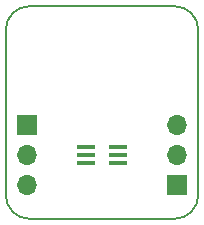
<source format=gbr>
G04 #@! TF.GenerationSoftware,KiCad,Pcbnew,5.1.6-c6e7f7d~86~ubuntu20.04.1*
G04 #@! TF.CreationDate,2020-05-17T01:14:19+03:00*
G04 #@! TF.ProjectId,BRK-SC-70-6,42524b2d-5343-42d3-9730-2d362e6b6963,v1.1*
G04 #@! TF.SameCoordinates,Original*
G04 #@! TF.FileFunction,Soldermask,Top*
G04 #@! TF.FilePolarity,Negative*
%FSLAX46Y46*%
G04 Gerber Fmt 4.6, Leading zero omitted, Abs format (unit mm)*
G04 Created by KiCad (PCBNEW 5.1.6-c6e7f7d~86~ubuntu20.04.1) date 2020-05-17 01:14:19*
%MOMM*%
%LPD*%
G01*
G04 APERTURE LIST*
G04 #@! TA.AperFunction,Profile*
%ADD10C,0.150000*%
G04 #@! TD*
%ADD11O,1.700000X1.700000*%
%ADD12R,1.700000X1.700000*%
%ADD13R,1.500000X0.400000*%
G04 APERTURE END LIST*
D10*
X53000000Y-68000000D02*
G75*
G02*
X51000000Y-66000000I0J2000000D01*
G01*
X67300000Y-66000000D02*
G75*
G02*
X65300000Y-68000000I-2000000J0D01*
G01*
X65300000Y-50000000D02*
G75*
G02*
X67300000Y-52000000I0J-2000000D01*
G01*
X51000000Y-52000000D02*
G75*
G02*
X53000000Y-50000000I2000000J0D01*
G01*
X65300000Y-68000000D02*
X53000000Y-68000000D01*
X67300000Y-52000000D02*
X67300000Y-66000000D01*
X53000000Y-50000000D02*
X65300000Y-50000000D01*
X51000000Y-66000000D02*
X51000000Y-52000000D01*
D11*
X65500000Y-60100000D03*
X65500000Y-62640000D03*
D12*
X65500000Y-65180000D03*
D11*
X52800000Y-65180000D03*
X52800000Y-62640000D03*
D12*
X52800000Y-60100000D03*
D13*
X60480000Y-61950000D03*
X60480000Y-62600000D03*
X60480000Y-63250000D03*
X57820000Y-63250000D03*
X57820000Y-62600000D03*
X57820000Y-61950000D03*
M02*

</source>
